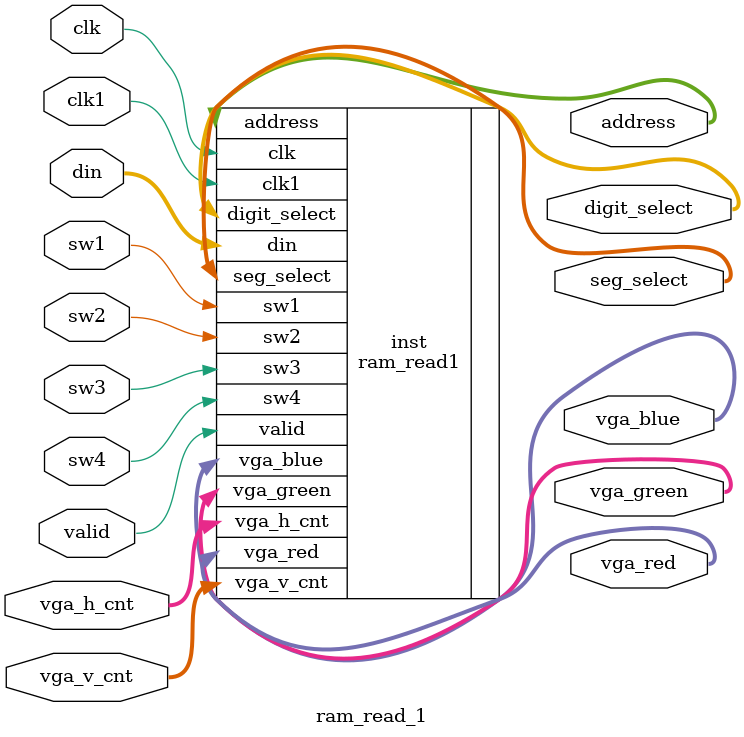
<source format=v>
`timescale 1ns / 1ps


module ram_read_1 (
  clk,
  valid,
  din,
  address,
  vga_h_cnt,
  vga_v_cnt,
  vga_red,
  vga_green,
  vga_blue,
  clk1,
  seg_select,
  digit_select,
  sw1,
  sw2,
  sw3,
  sw4
);

(* X_INTERFACE_INFO = "xilinx.com:signal:clock:1.0 signal_clock CLK" *)
input wire clk;
input wire valid;
input wire [15 : 0] din;
output wire [16 : 0] address;
input wire [11 : 0] vga_h_cnt;
input wire [10 : 0] vga_v_cnt;
output wire [3 : 0] vga_red;
output wire [3 : 0] vga_green;
output wire [3 : 0] vga_blue;
output wire [7:0] seg_select;
output wire [3:0] digit_select;

input clk1,sw1,sw2,sw3,sw4;
  ram_read1 #(
    .SHOW_H_START(4),
    .SHOW_V_START(3),
    .SHOW_WIDTH(320),
    .SHOW_HEIGHT(240)
  ) inst (
    .clk(clk),
    .valid(valid),
    .din(din),
    .address(address),
    .vga_h_cnt(vga_h_cnt),
    .vga_v_cnt(vga_v_cnt),
    .vga_red(vga_red),
    .vga_green(vga_green),
    .vga_blue(vga_blue),
    .clk1(clk1),
    .seg_select(seg_select),
    .digit_select(digit_select),
    .sw1(sw1),
    .sw2(sw2),
    .sw3(sw3),
    .sw4(sw4)
  );
endmodule

</source>
